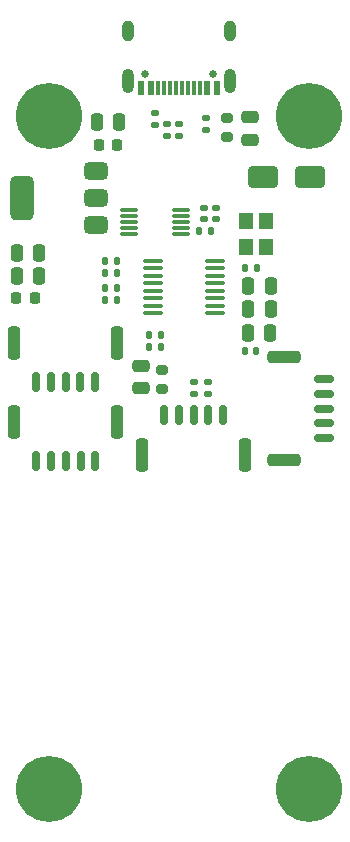
<source format=gbr>
%TF.GenerationSoftware,KiCad,Pcbnew,8.0.7-8.0.7-0~ubuntu22.04.1*%
%TF.CreationDate,2025-01-11T21:05:42+01:00*%
%TF.ProjectId,camera_360,63616d65-7261-45f3-9336-302e6b696361,rev?*%
%TF.SameCoordinates,Original*%
%TF.FileFunction,Soldermask,Top*%
%TF.FilePolarity,Negative*%
%FSLAX46Y46*%
G04 Gerber Fmt 4.6, Leading zero omitted, Abs format (unit mm)*
G04 Created by KiCad (PCBNEW 8.0.7-8.0.7-0~ubuntu22.04.1) date 2025-01-11 21:05:42*
%MOMM*%
%LPD*%
G01*
G04 APERTURE LIST*
G04 Aperture macros list*
%AMRoundRect*
0 Rectangle with rounded corners*
0 $1 Rounding radius*
0 $2 $3 $4 $5 $6 $7 $8 $9 X,Y pos of 4 corners*
0 Add a 4 corners polygon primitive as box body*
4,1,4,$2,$3,$4,$5,$6,$7,$8,$9,$2,$3,0*
0 Add four circle primitives for the rounded corners*
1,1,$1+$1,$2,$3*
1,1,$1+$1,$4,$5*
1,1,$1+$1,$6,$7*
1,1,$1+$1,$8,$9*
0 Add four rect primitives between the rounded corners*
20,1,$1+$1,$2,$3,$4,$5,0*
20,1,$1+$1,$4,$5,$6,$7,0*
20,1,$1+$1,$6,$7,$8,$9,0*
20,1,$1+$1,$8,$9,$2,$3,0*%
G04 Aperture macros list end*
%ADD10RoundRect,0.150000X0.700000X-0.150000X0.700000X0.150000X-0.700000X0.150000X-0.700000X-0.150000X0*%
%ADD11RoundRect,0.250000X1.150000X-0.250000X1.150000X0.250000X-1.150000X0.250000X-1.150000X-0.250000X0*%
%ADD12RoundRect,0.150000X0.150000X0.700000X-0.150000X0.700000X-0.150000X-0.700000X0.150000X-0.700000X0*%
%ADD13RoundRect,0.250000X0.250000X1.150000X-0.250000X1.150000X-0.250000X-1.150000X0.250000X-1.150000X0*%
%ADD14RoundRect,0.150000X-0.150000X-0.700000X0.150000X-0.700000X0.150000X0.700000X-0.150000X0.700000X0*%
%ADD15RoundRect,0.250000X-0.250000X-1.150000X0.250000X-1.150000X0.250000X1.150000X-0.250000X1.150000X0*%
%ADD16RoundRect,0.225000X-0.225000X-0.250000X0.225000X-0.250000X0.225000X0.250000X-0.225000X0.250000X0*%
%ADD17RoundRect,0.250000X0.475000X-0.250000X0.475000X0.250000X-0.475000X0.250000X-0.475000X-0.250000X0*%
%ADD18RoundRect,0.200000X0.275000X-0.200000X0.275000X0.200000X-0.275000X0.200000X-0.275000X-0.200000X0*%
%ADD19RoundRect,0.140000X-0.170000X0.140000X-0.170000X-0.140000X0.170000X-0.140000X0.170000X0.140000X0*%
%ADD20C,5.600000*%
%ADD21RoundRect,0.135000X-0.185000X0.135000X-0.185000X-0.135000X0.185000X-0.135000X0.185000X0.135000X0*%
%ADD22RoundRect,0.250000X-0.250000X-0.475000X0.250000X-0.475000X0.250000X0.475000X-0.250000X0.475000X0*%
%ADD23RoundRect,0.375000X0.625000X0.375000X-0.625000X0.375000X-0.625000X-0.375000X0.625000X-0.375000X0*%
%ADD24RoundRect,0.500000X0.500000X1.400000X-0.500000X1.400000X-0.500000X-1.400000X0.500000X-1.400000X0*%
%ADD25RoundRect,0.075000X-0.650000X-0.075000X0.650000X-0.075000X0.650000X0.075000X-0.650000X0.075000X0*%
%ADD26RoundRect,0.135000X-0.135000X-0.185000X0.135000X-0.185000X0.135000X0.185000X-0.135000X0.185000X0*%
%ADD27RoundRect,0.200000X-0.275000X0.200000X-0.275000X-0.200000X0.275000X-0.200000X0.275000X0.200000X0*%
%ADD28RoundRect,0.135000X0.135000X0.185000X-0.135000X0.185000X-0.135000X-0.185000X0.135000X-0.185000X0*%
%ADD29O,1.000000X1.800000*%
%ADD30O,1.000000X2.100000*%
%ADD31R,0.600000X1.240000*%
%ADD32R,0.300000X1.240000*%
%ADD33C,0.650000*%
%ADD34RoundRect,0.140000X0.140000X0.170000X-0.140000X0.170000X-0.140000X-0.170000X0.140000X-0.170000X0*%
%ADD35RoundRect,0.250000X0.250000X0.475000X-0.250000X0.475000X-0.250000X-0.475000X0.250000X-0.475000X0*%
%ADD36RoundRect,0.250000X-0.475000X0.250000X-0.475000X-0.250000X0.475000X-0.250000X0.475000X0.250000X0*%
%ADD37RoundRect,0.100000X-0.712500X-0.100000X0.712500X-0.100000X0.712500X0.100000X-0.712500X0.100000X0*%
%ADD38RoundRect,0.250000X1.000000X0.650000X-1.000000X0.650000X-1.000000X-0.650000X1.000000X-0.650000X0*%
%ADD39R,1.200000X1.400000*%
G04 APERTURE END LIST*
D10*
%TO.C,J2*%
X117280000Y-71300000D03*
X117280000Y-70050000D03*
X117280000Y-68800000D03*
X117280000Y-67550000D03*
X117280000Y-66300000D03*
D11*
X113930000Y-73150000D03*
X113930000Y-64450000D03*
%TD*%
D12*
%TO.C,J5*%
X108730000Y-69370000D03*
X107480000Y-69370000D03*
X106230000Y-69370000D03*
X104980000Y-69370000D03*
X103730000Y-69370000D03*
D13*
X110580000Y-72720000D03*
X101880000Y-72720000D03*
%TD*%
D14*
%TO.C,J4*%
X92900000Y-66590000D03*
X94150000Y-66590000D03*
X95400000Y-66590000D03*
X96650000Y-66590000D03*
X97900000Y-66590000D03*
D15*
X91050000Y-63240000D03*
X99750000Y-63240000D03*
%TD*%
D14*
%TO.C,J3*%
X92910000Y-73260000D03*
X94160000Y-73260000D03*
X95410000Y-73260000D03*
X96660000Y-73260000D03*
X97910000Y-73260000D03*
D15*
X91060000Y-69910000D03*
X99760000Y-69910000D03*
%TD*%
D16*
%TO.C,C11*%
X91225000Y-59400000D03*
X92775000Y-59400000D03*
%TD*%
D17*
%TO.C,C14*%
X101820000Y-67099999D03*
X101820000Y-65200001D03*
%TD*%
D18*
%TO.C,R15*%
X103560000Y-67185000D03*
X103560000Y-65535000D03*
%TD*%
D19*
%TO.C,C3*%
X108100000Y-51800000D03*
X108100000Y-52760000D03*
%TD*%
D20*
%TO.C,H3*%
X94000000Y-101000000D03*
%TD*%
D21*
%TO.C,R14*%
X107490000Y-66520001D03*
X107490000Y-67539999D03*
%TD*%
D22*
%TO.C,C13*%
X91250000Y-57600000D03*
X93150000Y-57600000D03*
%TD*%
D20*
%TO.C,H4*%
X116000000Y-101000000D03*
%TD*%
D23*
%TO.C,U3*%
X97999999Y-53300000D03*
X97999998Y-51000000D03*
D24*
X91700000Y-51000000D03*
D23*
X97999999Y-48700000D03*
%TD*%
D25*
%TO.C,U1*%
X100800000Y-52000000D03*
X100800000Y-52500001D03*
X100800000Y-53000000D03*
X100800000Y-53499999D03*
X100800000Y-54000000D03*
X105200000Y-54000000D03*
X105200000Y-53499999D03*
X105200000Y-53000000D03*
X105200000Y-52500001D03*
X105200000Y-52000000D03*
%TD*%
D26*
%TO.C,R8*%
X98700000Y-57340000D03*
X99720000Y-57340000D03*
%TD*%
D20*
%TO.C,H1*%
X94000000Y-44000000D03*
%TD*%
D27*
%TO.C,R1*%
X109100000Y-44175000D03*
X109100000Y-45825000D03*
%TD*%
D21*
%TO.C,R3*%
X103980000Y-44740000D03*
X103980000Y-45759998D03*
%TD*%
D22*
%TO.C,C8*%
X98050000Y-44500000D03*
X99950000Y-44500000D03*
%TD*%
D28*
%TO.C,R12*%
X103509999Y-62600000D03*
X102490001Y-62600000D03*
%TD*%
D29*
%TO.C,J1*%
X100680000Y-36825000D03*
D30*
X100680000Y-41025000D03*
D29*
X109320000Y-36825000D03*
D30*
X109320000Y-41025000D03*
D31*
X108200000Y-41625000D03*
X107400000Y-41625000D03*
D32*
X106750000Y-41625000D03*
X105750000Y-41625000D03*
X104250000Y-41625000D03*
X103250000Y-41625000D03*
D31*
X102600000Y-41625000D03*
X101800000Y-41625000D03*
X101800000Y-41625000D03*
X102600000Y-41625000D03*
D32*
X103750000Y-41625000D03*
X104750000Y-41625000D03*
X105250000Y-41625000D03*
X106250000Y-41625000D03*
D31*
X107400000Y-41625000D03*
X108200000Y-41625000D03*
D33*
X102110000Y-40505000D03*
X107890000Y-40505000D03*
%TD*%
D34*
%TO.C,C9*%
X111580000Y-56900000D03*
X110620000Y-56900000D03*
%TD*%
D26*
%TO.C,R10*%
X98710000Y-59580000D03*
X99730000Y-59580000D03*
%TD*%
D34*
%TO.C,C5*%
X111510000Y-63900000D03*
X110550000Y-63900000D03*
%TD*%
D19*
%TO.C,C2*%
X107100000Y-51800000D03*
X107100000Y-52760000D03*
%TD*%
D28*
%TO.C,R4*%
X107709999Y-53800000D03*
X106690001Y-53800000D03*
%TD*%
%TO.C,R7*%
X99719999Y-56340000D03*
X98700001Y-56340000D03*
%TD*%
D35*
%TO.C,C6*%
X112749999Y-60400000D03*
X110850001Y-60400000D03*
%TD*%
D16*
%TO.C,C10*%
X98225000Y-46500000D03*
X99775000Y-46500000D03*
%TD*%
D26*
%TO.C,R11*%
X102490001Y-63600000D03*
X103509999Y-63600000D03*
%TD*%
%TO.C,R9*%
X98720000Y-58570000D03*
X99740000Y-58570000D03*
%TD*%
D21*
%TO.C,R2*%
X104980000Y-44740000D03*
X104980000Y-45759998D03*
%TD*%
D36*
%TO.C,C1*%
X111000000Y-44150000D03*
X111000000Y-46050000D03*
%TD*%
D22*
%TO.C,C12*%
X91250000Y-55600000D03*
X93150000Y-55600000D03*
%TD*%
D37*
%TO.C,U2*%
X102779526Y-56267473D03*
X102779526Y-56902473D03*
X102779526Y-57537473D03*
X102779526Y-58172473D03*
X102779526Y-58807473D03*
X102779526Y-59442473D03*
X102779526Y-60077473D03*
X102779526Y-60712473D03*
X108054526Y-60712473D03*
X108054526Y-60077473D03*
X108054526Y-59442473D03*
X108054526Y-58807473D03*
X108054526Y-58172473D03*
X108054526Y-57537473D03*
X108054526Y-56902473D03*
X108054526Y-56267473D03*
%TD*%
D35*
%TO.C,C7*%
X112750000Y-58400000D03*
X110850000Y-58400000D03*
%TD*%
D21*
%TO.C,R13*%
X106240000Y-66550001D03*
X106240000Y-67569999D03*
%TD*%
D20*
%TO.C,H2*%
X116000000Y-44000000D03*
%TD*%
D35*
%TO.C,C4*%
X112739999Y-62400000D03*
X110840001Y-62400000D03*
%TD*%
D21*
%TO.C,R5*%
X103000000Y-43790001D03*
X103000000Y-44809999D03*
%TD*%
D38*
%TO.C,D1*%
X116100001Y-49200000D03*
X112099999Y-49200000D03*
%TD*%
D39*
%TO.C,Y1*%
X112350000Y-55100000D03*
X112350000Y-52900000D03*
X110650000Y-52900000D03*
X110650000Y-55100000D03*
%TD*%
D21*
%TO.C,R6*%
X107300000Y-44190001D03*
X107300000Y-45209999D03*
%TD*%
M02*

</source>
